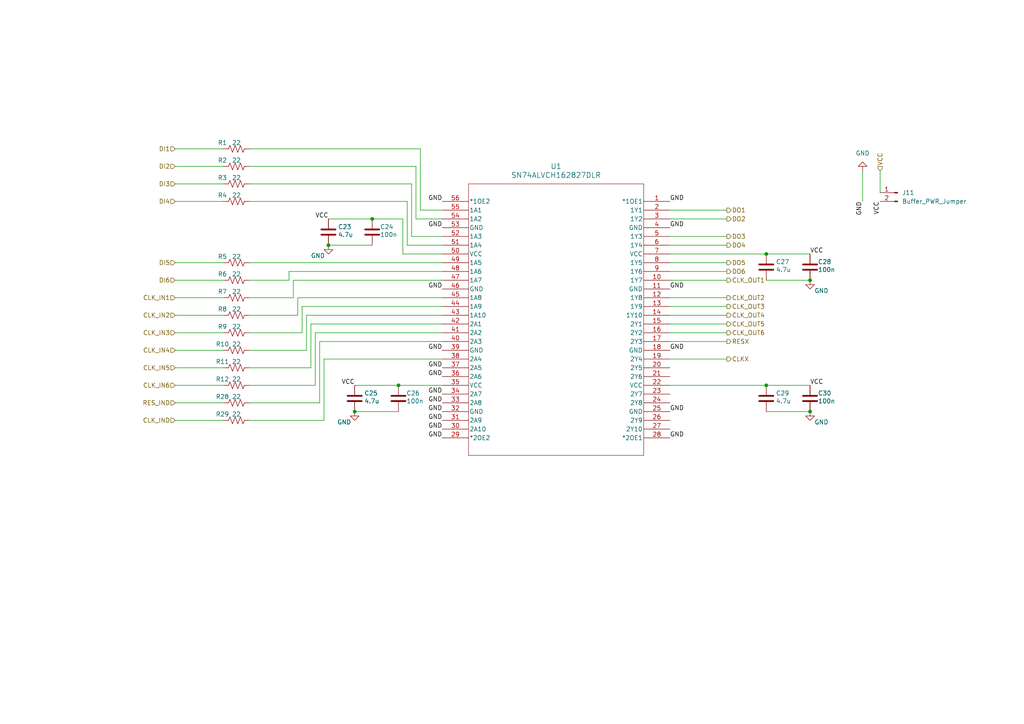
<source format=kicad_sch>
(kicad_sch (version 20231120) (generator "eeschema") (generator_version "8.0")
  (paper "A4")
  (lib_symbols
    (symbol "74ALVCH:SN74ALVCH162827DLR" (pin_names (offset 0.254))
      (property "Reference" "U" (at 33.02 10.16 0))
      (property "Value" "SN74ALVCH162827DLR" (at 33.02 7.62 0))
      (symbol "SN74ALVCH162827DLR_0_1"
        (polyline (pts (xy 7.62 -73.66) (xy 58.42 -73.66)) (stroke (width 0.127)))
        (polyline (pts (xy 7.62 5.08) (xy 7.62 -73.66)) (stroke (width 0.127)))
        (polyline (pts (xy 58.42 -73.66) (xy 58.42 5.08)) (stroke (width 0.127)))
        (polyline (pts (xy 58.42 5.08) (xy 7.62 5.08)) (stroke (width 0.127)))
        (pin input line (at 0 0 0) (length 7.62) (name "*1OE1") (number "1"))
        (pin output line (at 0 -22.86 0) (length 7.62) (name "1Y7") (number "10"))
        (pin power_in line (at 0 -25.4 0) (length 7.62) (name "GND") (number "11"))
        (pin output line (at 0 -27.94 0) (length 7.62) (name "1Y8") (number "12"))
        (pin output line (at 0 -30.48 0) (length 7.62) (name "1Y9") (number "13"))
        (pin output line (at 0 -33.02 0) (length 7.62) (name "1Y10") (number "14"))
        (pin output line (at 0 -35.56 0) (length 7.62) (name "2Y1") (number "15"))
        (pin output line (at 0 -38.1 0) (length 7.62) (name "2Y2") (number "16"))
        (pin output line (at 0 -40.64 0) (length 7.62) (name "2Y3") (number "17"))
        (pin power_in line (at 0 -43.18 0) (length 7.62) (name "GND") (number "18"))
        (pin output line (at 0 -45.72 0) (length 7.62) (name "2Y4") (number "19"))
        (pin output line (at 0 -2.54 0) (length 7.62) (name "1Y1") (number "2"))
        (pin output line (at 0 -48.26 0) (length 7.62) (name "2Y5") (number "20"))
        (pin output line (at 0 -50.8 0) (length 7.62) (name "2Y6") (number "21"))
        (pin power_in line (at 0 -53.34 0) (length 7.62) (name "VCC") (number "22"))
        (pin output line (at 0 -55.88 0) (length 7.62) (name "2Y7") (number "23"))
        (pin output line (at 0 -58.42 0) (length 7.62) (name "2Y8") (number "24"))
        (pin power_in line (at 0 -60.96 0) (length 7.62) (name "GND") (number "25"))
        (pin output line (at 0 -63.5 0) (length 7.62) (name "2Y9") (number "26"))
        (pin output line (at 0 -66.04 0) (length 7.62) (name "2Y10") (number "27"))
        (pin input line (at 0 -68.58 0) (length 7.62) (name "*2OE1") (number "28"))
        (pin input line (at 66.04 -68.58 180) (length 7.62) (name "*2OE2") (number "29"))
        (pin output line (at 0 -5.08 0) (length 7.62) (name "1Y2") (number "3"))
        (pin input line (at 66.04 -66.04 180) (length 7.62) (name "2A10") (number "30"))
        (pin input line (at 66.04 -63.5 180) (length 7.62) (name "2A9") (number "31"))
        (pin power_in line (at 66.04 -60.96 180) (length 7.62) (name "GND") (number "32"))
        (pin input line (at 66.04 -58.42 180) (length 7.62) (name "2A8") (number "33"))
        (pin input line (at 66.04 -55.88 180) (length 7.62) (name "2A7") (number "34"))
        (pin power_in line (at 66.04 -53.34 180) (length 7.62) (name "VCC") (number "35"))
        (pin input line (at 66.04 -50.8 180) (length 7.62) (name "2A6") (number "36"))
        (pin input line (at 66.04 -48.26 180) (length 7.62) (name "2A5") (number "37"))
        (pin input line (at 66.04 -45.72 180) (length 7.62) (name "2A4") (number "38"))
        (pin power_in line (at 66.04 -43.18 180) (length 7.62) (name "GND") (number "39"))
        (pin power_in line (at 0 -7.62 0) (length 7.62) (name "GND") (number "4"))
        (pin input line (at 66.04 -40.64 180) (length 7.62) (name "2A3") (number "40"))
        (pin input line (at 66.04 -38.1 180) (length 7.62) (name "2A2") (number "41"))
        (pin input line (at 66.04 -35.56 180) (length 7.62) (name "2A1") (number "42"))
        (pin input line (at 66.04 -33.02 180) (length 7.62) (name "1A10") (number "43"))
        (pin input line (at 66.04 -30.48 180) (length 7.62) (name "1A9") (number "44"))
        (pin input line (at 66.04 -27.94 180) (length 7.62) (name "1A8") (number "45"))
        (pin power_in line (at 66.04 -25.4 180) (length 7.62) (name "GND") (number "46"))
        (pin input line (at 66.04 -22.86 180) (length 7.62) (name "1A7") (number "47"))
        (pin input line (at 66.04 -20.32 180) (length 7.62) (name "1A6") (number "48"))
        (pin input line (at 66.04 -17.78 180) (length 7.62) (name "1A5") (number "49"))
        (pin output line (at 0 -10.16 0) (length 7.62) (name "1Y3") (number "5"))
        (pin power_in line (at 66.04 -15.24 180) (length 7.62) (name "VCC") (number "50"))
        (pin input line (at 66.04 -12.7 180) (length 7.62) (name "1A4") (number "51"))
        (pin input line (at 66.04 -10.16 180) (length 7.62) (name "1A3") (number "52"))
        (pin power_in line (at 66.04 -7.62 180) (length 7.62) (name "GND") (number "53"))
        (pin input line (at 66.04 -5.08 180) (length 7.62) (name "1A2") (number "54"))
        (pin input line (at 66.04 -2.54 180) (length 7.62) (name "1A1") (number "55"))
        (pin input line (at 66.04 0 180) (length 7.62) (name "*1OE2") (number "56"))
        (pin output line (at 0 -12.7 0) (length 7.62) (name "1Y4") (number "6"))
        (pin power_in line (at 0 -15.24 0) (length 7.62) (name "VCC") (number "7"))
        (pin output line (at 0 -17.78 0) (length 7.62) (name "1Y5") (number "8"))
        (pin output line (at 0 -20.32 0) (length 7.62) (name "1Y6") (number "9"))
      )
    )
    (symbol "Connector:Conn_01x02_Pin" (pin_names (offset 1.016) hide)
      (property "Reference" "J" (at 0 2.54 0))
      (property "Value" "Conn_01x02_Pin" (at 0 -5.08 0))
      (symbol "Conn_01x02_Pin_1_1"
        (polyline (pts (xy 1.27 -2.54) (xy 0.8636 -2.54)) (stroke (width 0.1524)))
        (polyline (pts (xy 1.27 0) (xy 0.8636 0)) (stroke (width 0.1524)))
        (rectangle (start 0.8636 -2.413) (end 0 -2.667) (stroke (width 0.1524)) (fill (type outline)))
        (rectangle (start 0.8636 0.127) (end 0 -0.127) (stroke (width 0.1524)) (fill (type outline)))
        (pin passive line (at 5.08 0 180) (length 3.81) (name "Pin_1") (number "1"))
        (pin passive line (at 5.08 -2.54 180) (length 3.81) (name "Pin_2") (number "2"))
      )
    )
    (symbol "Device:C" (pin_numbers hide) (pin_names (offset 0.254))
      (property "Reference" "C" (at 0.635 2.54 0))
      (property "Value" "C" (at 0.635 -2.54 0))
      (symbol "C_0_1"
        (polyline (pts (xy -2.032 -0.762) (xy 2.032 -0.762)) (stroke (width 0.508)))
        (polyline (pts (xy -2.032 0.762) (xy 2.032 0.762)) (stroke (width 0.508)))
      )
      (symbol "C_1_1"
        (pin passive line (at 0 3.81 270) (length 2.794) (name "~") (number "1"))
        (pin passive line (at 0 -3.81 90) (length 2.794) (name "~") (number "2"))
      )
    )
    (symbol "Device:R_US" (pin_numbers hide) (pin_names (offset 0))
      (property "Reference" "R" (at 2.54 0 90))
      (property "Value" "R_US" (at -2.54 0 90))
      (symbol "R_US_0_1"
        (polyline (pts (xy 0 -2.286) (xy 0 -2.54)))
        (polyline (pts (xy 0 2.286) (xy 0 2.54)))
        (polyline (pts (xy 0 -0.762) (xy 1.016 -1.143) (xy 0 -1.524) (xy -1.016 -1.905) (xy 0 -2.286)))
        (polyline (pts (xy 0 0.762) (xy 1.016 0.381) (xy 0 0) (xy -1.016 -0.381) (xy 0 -0.762)))
        (polyline (pts (xy 0 2.286) (xy 1.016 1.905) (xy 0 1.524) (xy -1.016 1.143) (xy 0 0.762)))
      )
      (symbol "R_US_1_1"
        (pin passive line (at 0 3.81 270) (length 1.27) (name "~") (number "1"))
        (pin passive line (at 0 -3.81 90) (length 1.27) (name "~") (number "2"))
      )
    )
    (symbol "power:GND" (power) (pin_numbers hide) (pin_names (offset 0) hide)
      (property "Value" "GND" (at 0 -3.81 0))
      (symbol "GND_0_1"
        (polyline (pts (xy 0 0) (xy 0 -1.27) (xy 1.27 -1.27) (xy 0 -2.54) (xy -1.27 -1.27) (xy 0 -1.27)))
      )
      (symbol "GND_1_1"
        (pin power_in line (at 0 0 270) (length 0) (name "~") (number "1"))
      )
    )
  )
  (junction (at 102.87 119.38))
  (junction (at 95.25 71.12))
  (junction (at 234.95 119.38))
  (junction (at 115.57 111.76))
  (junction (at 222.25 111.76))
  (junction (at 222.25 73.66))
  (junction (at 107.95 63.5))
  (junction (at 234.95 81.28))
  (wire (pts (xy 128.27 91.44) (xy 88.9 91.44)))
  (wire (pts (xy 86.36 91.44) (xy 72.39 91.44)))
  (wire (pts (xy 102.87 111.76) (xy 115.57 111.76)))
  (wire (pts (xy 50.8 53.34) (xy 64.77 53.34)))
  (wire (pts (xy 72.39 121.92) (xy 93.98 121.92)))
  (wire (pts (xy 50.8 101.6) (xy 64.77 101.6)))
  (wire (pts (xy 128.27 81.28) (xy 85.09 81.28)))
  (wire (pts (xy 119.38 68.58) (xy 128.27 68.58)))
  (wire (pts (xy 50.8 106.68) (xy 64.77 106.68)))
  (wire (pts (xy 194.31 99.06) (xy 210.82 99.06)))
  (wire (pts (xy 85.09 86.36) (xy 72.39 86.36)))
  (wire (pts (xy 120.65 63.5) (xy 120.65 48.26)))
  (wire (pts (xy 83.82 81.28) (xy 83.82 78.74)))
  (wire (pts (xy 118.11 58.42) (xy 72.39 58.42)))
  (wire (pts (xy 86.36 91.44) (xy 86.36 86.36)))
  (wire (pts (xy 92.71 116.84) (xy 92.71 99.06)))
  (wire (pts (xy 128.27 63.5) (xy 120.65 63.5)))
  (wire (pts (xy 194.31 81.28) (xy 210.82 81.28)))
  (wire (pts (xy 50.8 96.52) (xy 64.77 96.52)))
  (wire (pts (xy 50.8 81.28) (xy 64.77 81.28)))
  (wire (pts (xy 250.19 49.53) (xy 250.19 58.42)))
  (wire (pts (xy 194.31 111.76) (xy 222.25 111.76)))
  (wire (pts (xy 128.27 96.52) (xy 91.44 96.52)))
  (wire (pts (xy 85.09 86.36) (xy 85.09 81.28)))
  (wire (pts (xy 115.57 111.76) (xy 128.27 111.76)))
  (wire (pts (xy 222.25 111.76) (xy 234.95 111.76)))
  (wire (pts (xy 50.8 91.44) (xy 64.77 91.44)))
  (wire (pts (xy 102.87 119.38) (xy 115.57 119.38)))
  (wire (pts (xy 93.98 121.92) (xy 93.98 104.14)))
  (wire (pts (xy 222.25 73.66) (xy 234.95 73.66)))
  (wire (pts (xy 50.8 86.36) (xy 64.77 86.36)))
  (wire (pts (xy 91.44 111.76) (xy 72.39 111.76)))
  (wire (pts (xy 72.39 96.52) (xy 87.63 96.52)))
  (wire (pts (xy 128.27 86.36) (xy 86.36 86.36)))
  (wire (pts (xy 194.31 104.14) (xy 210.82 104.14)))
  (wire (pts (xy 194.31 93.98) (xy 210.82 93.98)))
  (wire (pts (xy 90.17 93.98) (xy 90.17 106.68)))
  (wire (pts (xy 50.8 43.18) (xy 64.77 43.18)))
  (wire (pts (xy 95.25 71.12) (xy 107.95 71.12)))
  (wire (pts (xy 50.8 76.2) (xy 64.77 76.2)))
  (wire (pts (xy 194.31 88.9) (xy 210.82 88.9)))
  (wire (pts (xy 119.38 53.34) (xy 72.39 53.34)))
  (wire (pts (xy 50.8 48.26) (xy 64.77 48.26)))
  (wire (pts (xy 194.31 86.36) (xy 210.82 86.36)))
  (wire (pts (xy 118.11 71.12) (xy 118.11 58.42)))
  (wire (pts (xy 194.31 91.44) (xy 210.82 91.44)))
  (wire (pts (xy 72.39 116.84) (xy 92.71 116.84)))
  (wire (pts (xy 128.27 78.74) (xy 83.82 78.74)))
  (wire (pts (xy 234.95 119.38) (xy 222.25 119.38)))
  (wire (pts (xy 128.27 71.12) (xy 118.11 71.12)))
  (wire (pts (xy 194.31 73.66) (xy 222.25 73.66)))
  (wire (pts (xy 194.31 76.2) (xy 210.82 76.2)))
  (wire (pts (xy 194.31 78.74) (xy 210.82 78.74)))
  (wire (pts (xy 194.31 60.96) (xy 210.82 60.96)))
  (wire (pts (xy 255.27 49.53) (xy 255.27 55.88)))
  (wire (pts (xy 128.27 73.66) (xy 116.84 73.66)))
  (wire (pts (xy 72.39 81.28) (xy 83.82 81.28)))
  (wire (pts (xy 88.9 101.6) (xy 88.9 91.44)))
  (wire (pts (xy 87.63 96.52) (xy 87.63 88.9)))
  (wire (pts (xy 50.8 116.84) (xy 64.77 116.84)))
  (wire (pts (xy 87.63 88.9) (xy 128.27 88.9)))
  (wire (pts (xy 120.65 48.26) (xy 72.39 48.26)))
  (wire (pts (xy 128.27 93.98) (xy 90.17 93.98)))
  (wire (pts (xy 72.39 76.2) (xy 128.27 76.2)))
  (wire (pts (xy 234.95 81.28) (xy 222.25 81.28)))
  (wire (pts (xy 119.38 68.58) (xy 119.38 53.34)))
  (wire (pts (xy 50.8 58.42) (xy 64.77 58.42)))
  (wire (pts (xy 95.25 63.5) (xy 107.95 63.5)))
  (wire (pts (xy 121.92 43.18) (xy 121.92 60.96)))
  (wire (pts (xy 72.39 43.18) (xy 121.92 43.18)))
  (wire (pts (xy 121.92 60.96) (xy 128.27 60.96)))
  (wire (pts (xy 50.8 121.92) (xy 64.77 121.92)))
  (wire (pts (xy 194.31 63.5) (xy 210.82 63.5)))
  (wire (pts (xy 93.98 104.14) (xy 128.27 104.14)))
  (wire (pts (xy 50.8 111.76) (xy 64.77 111.76)))
  (wire (pts (xy 88.9 101.6) (xy 72.39 101.6)))
  (wire (pts (xy 194.31 68.58) (xy 210.82 68.58)))
  (wire (pts (xy 91.44 96.52) (xy 91.44 111.76)))
  (wire (pts (xy 116.84 73.66) (xy 116.84 63.5)))
  (wire (pts (xy 92.71 99.06) (xy 128.27 99.06)))
  (wire (pts (xy 194.31 71.12) (xy 210.82 71.12)))
  (wire (pts (xy 194.31 96.52) (xy 210.82 96.52)))
  (wire (pts (xy 90.17 106.68) (xy 72.39 106.68)))
  (wire (pts (xy 107.95 63.5) (xy 116.84 63.5)))
  (label "GND" (at 128.27 119.38 180))
  (label "GND" (at 194.31 101.6 0))
  (label "VCC" (at 234.95 111.76 0))
  (label "GND" (at 128.27 58.42 180))
  (label "GND" (at 128.27 83.82 180))
  (label "GND" (at 128.27 114.3 180))
  (label "GND" (at 194.31 83.82 0))
  (label "GND" (at 128.27 66.04 180))
  (label "GND" (at 194.31 58.42 0))
  (label "GND" (at 194.31 66.04 0))
  (label "GND" (at 128.27 109.22 180))
  (label "GND" (at 194.31 127 0))
  (label "GND" (at 194.31 119.38 0))
  (label "GND" (at 128.27 127 180))
  (label "VCC" (at 234.95 73.66 0))
  (label "GND" (at 250.19 58.42 270))
  (label "VCC" (at 95.25 63.5 180))
  (label "GND" (at 128.27 101.6 180))
  (label "GND" (at 128.27 121.92 180))
  (label "VCC" (at 102.87 111.76 180))
  (label "GND" (at 128.27 124.46 180))
  (label "GND" (at 128.27 106.68 180))
  (label "VCC" (at 255.27 58.42 270))
  (label "GND" (at 128.27 116.84 180))
  (hierarchical_label "CLK_IN1" (shape input) (at 50.8 86.36 180))
  (hierarchical_label "CLK_OUT1" (shape output) (at 210.82 81.28 0))
  (hierarchical_label "DI4" (shape input) (at 50.8 58.42 180))
  (hierarchical_label "CLK_IND" (shape input) (at 50.8 121.92 180))
  (hierarchical_label "CLK_IN4" (shape input) (at 50.8 101.6 180))
  (hierarchical_label "CLK_OUT5" (shape output) (at 210.82 93.98 0))
  (hierarchical_label "DI6" (shape input) (at 50.8 81.28 180))
  (hierarchical_label "CLK_IN3" (shape input) (at 50.8 96.52 180))
  (hierarchical_label "CLK_OUT2" (shape output) (at 210.82 86.36 0))
  (hierarchical_label "DO6" (shape output) (at 210.82 78.74 0))
  (hierarchical_label "DO1" (shape output) (at 210.82 60.96 0))
  (hierarchical_label "CLK_IN2" (shape input) (at 50.8 91.44 180))
  (hierarchical_label "VCC" (shape input) (at 255.27 49.53 90))
  (hierarchical_label "CLKX" (shape output) (at 210.82 104.14 0))
  (hierarchical_label "CLK_OUT3" (shape output) (at 210.82 88.9 0))
  (hierarchical_label "DO4" (shape output) (at 210.82 71.12 0))
  (hierarchical_label "DO2" (shape output) (at 210.82 63.5 0))
  (hierarchical_label "RES_IND" (shape input) (at 50.8 116.84 180))
  (hierarchical_label "DI2" (shape input) (at 50.8 48.26 180))
  (hierarchical_label "DI5" (shape input) (at 50.8 76.2 180))
  (hierarchical_label "DI3" (shape input) (at 50.8 53.34 180))
  (hierarchical_label "RESX" (shape output) (at 210.82 99.06 0))
  (hierarchical_label "CLK_OUT4" (shape output) (at 210.82 91.44 0))
  (hierarchical_label "CLK_OUT6" (shape output) (at 210.82 96.52 0))
  (hierarchical_label "DO5" (shape output) (at 210.82 76.2 0))
  (hierarchical_label "CLK_IN6" (shape input) (at 50.8 111.76 180))
  (hierarchical_label "DO3" (shape output) (at 210.82 68.58 0))
  (hierarchical_label "CLK_IN5" (shape input) (at 50.8 106.68 180))
  (hierarchical_label "DI1" (shape input) (at 50.8 43.18 180))
  (symbol (lib_id "power:GND") (at 102.87 119.38 0) (unit 1)
    (property "Reference" "#PWR04" (effects (hide yes)))
    (property "Value" "GND" (at 99.822 122.428 0))
    (property "Description" "Power symbol creates a global label with name \"GND\" , ground" (effects (hide yes)))
  )
  (symbol (lib_id "power:GND") (at 234.95 119.38 0) (unit 1)
    (property "Reference" "#PWR019" (effects (hide yes)))
    (property "Value" "GND" (at 238.252 122.428 0))
    (property "Description" "Power symbol creates a global label with name \"GND\" , ground" (effects (hide yes)))
  )
  (symbol (lib_id "Device:R_US") (at 68.58 48.26 90) (unit 1)
    (property "Reference" "R2" (at 64.516 46.482 90))
    (property "Value" "22" (at 68.58 46.482 90))
    (property "Footprint" "Resistor_SMD:R_0402_1005Metric" (effects (hide yes)))
    (property "Description" "Resistor, US symbol" (effects (hide yes)))
  )
  (symbol (lib_id "Device:C") (at 102.87 115.57 0) (unit 1)
    (property "Reference" "C25" (at 105.664 114.046 0) (effects (justify left)))
    (property "Value" "4.7u" (at 105.664 116.332 0) (effects (justify left)))
    (property "Footprint" "Capacitor_SMD:C_0603_1608Metric" (effects (hide yes)))
    (property "Description" "Unpolarized capacitor" (effects (hide yes)))
  )
  (symbol (lib_id "Device:R_US") (at 68.58 106.68 90) (unit 1)
    (property "Reference" "R11" (at 64.516 104.902 90))
    (property "Value" "22" (at 68.58 104.902 90))
    (property "Footprint" "Resistor_SMD:R_0402_1005Metric" (effects (hide yes)))
    (property "Description" "Resistor, US symbol" (effects (hide yes)))
  )
  (symbol (lib_id "power:GND") (at 250.19 49.53 180) (unit 1)
    (property "Reference" "#PWR03" (effects (hide yes)))
    (property "Value" "GND" (at 250.19 44.45 0))
    (property "Description" "Power symbol creates a global label with name \"GND\" , ground" (effects (hide yes)))
  )
  (symbol (lib_id "Device:C") (at 234.95 77.47 0) (unit 1)
    (property "Reference" "C28" (at 237.236 75.946 0) (effects (justify left)))
    (property "Value" "100n" (at 237.236 78.232 0) (effects (justify left)))
    (property "Footprint" "Capacitor_SMD:C_0402_1005Metric" (effects (hide yes)))
    (property "Description" "Unpolarized capacitor" (effects (hide yes)))
  )
  (symbol (lib_id "Device:C") (at 222.25 77.47 0) (unit 1)
    (property "Reference" "C27" (at 225.044 75.946 0) (effects (justify left)))
    (property "Value" "4.7u" (at 225.044 78.232 0) (effects (justify left)))
    (property "Footprint" "Capacitor_SMD:C_0603_1608Metric" (effects (hide yes)))
    (property "Description" "Unpolarized capacitor" (effects (hide yes)))
  )
  (symbol (lib_id "Device:C") (at 115.57 115.57 0) (unit 1)
    (property "Reference" "C26" (at 117.856 114.046 0) (effects (justify left)))
    (property "Value" "100n" (at 117.856 116.332 0) (effects (justify left)))
    (property "Footprint" "Capacitor_SMD:C_0402_1005Metric" (effects (hide yes)))
    (property "Description" "Unpolarized capacitor" (effects (hide yes)))
  )
  (symbol (lib_id "Device:C") (at 222.25 115.57 0) (unit 1)
    (property "Reference" "C29" (at 225.044 114.046 0) (effects (justify left)))
    (property "Value" "4.7u" (at 225.044 116.332 0) (effects (justify left)))
    (property "Footprint" "Capacitor_SMD:C_0603_1608Metric" (effects (hide yes)))
    (property "Description" "Unpolarized capacitor" (effects (hide yes)))
  )
  (symbol (lib_id "Device:R_US") (at 68.58 43.18 90) (unit 1)
    (property "Reference" "R1" (at 64.516 41.402 90))
    (property "Value" "22" (at 68.58 41.402 90))
    (property "Footprint" "Resistor_SMD:R_0402_1005Metric" (effects (hide yes)))
    (property "Description" "Resistor, US symbol" (effects (hide yes)))
  )
  (symbol (lib_id "Device:R_US") (at 68.58 58.42 90) (unit 1)
    (property "Reference" "R4" (at 64.516 56.642 90))
    (property "Value" "22" (at 68.58 56.642 90))
    (property "Footprint" "Resistor_SMD:R_0402_1005Metric" (effects (hide yes)))
    (property "Description" "Resistor, US symbol" (effects (hide yes)))
  )
  (symbol (lib_id "power:GND") (at 95.25 71.12 0) (unit 1)
    (property "Reference" "#PWR01" (effects (hide yes)))
    (property "Value" "GND" (at 92.202 74.168 0))
    (property "Description" "Power symbol creates a global label with name \"GND\" , ground" (effects (hide yes)))
  )
  (symbol (lib_id "Device:R_US") (at 68.58 81.28 90) (unit 1)
    (property "Reference" "R6" (at 64.516 79.502 90))
    (property "Value" "22" (at 68.58 79.502 90))
    (property "Footprint" "Resistor_SMD:R_0402_1005Metric" (effects (hide yes)))
    (property "Description" "Resistor, US symbol" (effects (hide yes)))
  )
  (symbol (lib_id "Device:R_US") (at 68.58 111.76 90) (unit 1)
    (property "Reference" "R12" (at 64.516 109.982 90))
    (property "Value" "22" (at 68.58 109.982 90))
    (property "Footprint" "Resistor_SMD:R_0402_1005Metric" (effects (hide yes)))
    (property "Description" "Resistor, US symbol" (effects (hide yes)))
  )
  (symbol (lib_id "Device:C") (at 95.25 67.31 0) (unit 1)
    (property "Reference" "C23" (at 98.044 65.786 0) (effects (justify left)))
    (property "Value" "4.7u" (at 98.044 68.072 0) (effects (justify left)))
    (property "Footprint" "Capacitor_SMD:C_0603_1608Metric" (effects (hide yes)))
    (property "Description" "Unpolarized capacitor" (effects (hide yes)))
  )
  (symbol (lib_id "Device:C") (at 107.95 67.31 0) (unit 1)
    (property "Reference" "C24" (at 110.236 65.786 0) (effects (justify left)))
    (property "Value" "100n" (at 110.236 68.072 0) (effects (justify left)))
    (property "Footprint" "Capacitor_SMD:C_0402_1005Metric" (effects (hide yes)))
    (property "Description" "Unpolarized capacitor" (effects (hide yes)))
  )
  (symbol (lib_id "Device:R_US") (at 68.58 76.2 90) (unit 1)
    (property "Reference" "R5" (at 64.516 74.422 90))
    (property "Value" "22" (at 68.58 74.422 90))
    (property "Footprint" "Resistor_SMD:R_0402_1005Metric" (effects (hide yes)))
    (property "Description" "Resistor, US symbol" (effects (hide yes)))
  )
  (symbol (lib_id "power:GND") (at 234.95 81.28 0) (unit 1)
    (property "Reference" "#PWR018" (effects (hide yes)))
    (property "Value" "GND" (at 238.252 84.328 0))
    (property "Description" "Power symbol creates a global label with name \"GND\" , ground" (effects (hide yes)))
  )
  (symbol (lib_id "Device:R_US") (at 68.58 96.52 90) (unit 1)
    (property "Reference" "R9" (at 64.516 94.742 90))
    (property "Value" "22" (at 68.58 94.742 90))
    (property "Footprint" "Resistor_SMD:R_0402_1005Metric" (effects (hide yes)))
    (property "Description" "Resistor, US symbol" (effects (hide yes)))
  )
  (symbol (lib_id "Device:R_US") (at 68.58 101.6 90) (unit 1)
    (property "Reference" "R10" (at 64.516 99.822 90))
    (property "Value" "22" (at 68.58 99.822 90))
    (property "Footprint" "Resistor_SMD:R_0402_1005Metric" (effects (hide yes)))
    (property "Description" "Resistor, US symbol" (effects (hide yes)))
  )
  (symbol (lib_id "Device:R_US") (at 68.58 86.36 90) (unit 1)
    (property "Reference" "R7" (at 64.516 84.582 90))
    (property "Value" "22" (at 68.58 84.582 90))
    (property "Footprint" "Resistor_SMD:R_0402_1005Metric" (effects (hide yes)))
    (property "Description" "Resistor, US symbol" (effects (hide yes)))
  )
  (symbol (lib_id "Device:R_US") (at 68.58 53.34 90) (unit 1)
    (property "Reference" "R3" (at 64.516 51.562 90))
    (property "Value" "22" (at 68.58 51.562 90))
    (property "Footprint" "Resistor_SMD:R_0402_1005Metric" (effects (hide yes)))
    (property "Description" "Resistor, US symbol" (effects (hide yes)))
  )
  (symbol (lib_id "74ALVCH:SN74ALVCH162827DLR") (at 194.31 58.42 0) (mirror y) (unit 1)
    (property "Reference" "U1" (at 161.29 48.26 0) (effects (font (size 1.524 1.524))))
    (property "Value" "SN74ALVCH162827DLR" (at 161.29 50.8 0) (effects (font (size 1.524 1.524))))
    (property "Footprint" "74ALVCHFootprints:DL56" (effects (hide yes)))
    (property "Datasheet" "SN74ALVCH162827DLR" (effects (hide yes)))
    (property "Sim.Library" "/home/maxwell/github-repos/sp-24-EE628/6_Test/2_PCB/test_board_1/TestBoardEDA/models/SN74ALVCH162827.lib" (effects (hide yes)))
    (property "Sim.Name" "SN74ALVCH162827" (effects (hide yes)))
    (property "Sim.Device" "SUBCKT" (effects (hide yes)))
    (property "Sim.Pins" "1=OEZ 2=Y 4=AGND 7=VCC 55=A" (effects (hide yes)))
  )
  (symbol (lib_id "Device:C") (at 234.95 115.57 0) (unit 1)
    (property "Reference" "C30" (at 237.236 114.046 0) (effects (justify left)))
    (property "Value" "100n" (at 237.236 116.332 0) (effects (justify left)))
    (property "Footprint" "Capacitor_SMD:C_0402_1005Metric" (effects (hide yes)))
    (property "Description" "Unpolarized capacitor" (effects (hide yes)))
  )
  (symbol (lib_id "Device:R_US") (at 68.58 121.92 90) (unit 1)
    (property "Reference" "R29" (at 64.516 120.142 90))
    (property "Value" "22" (at 68.58 120.142 90))
    (property "Footprint" "Resistor_SMD:R_0402_1005Metric" (effects (hide yes)))
    (property "Description" "Resistor, US symbol" (effects (hide yes)))
  )
  (symbol (lib_id "Connector:Conn_01x02_Pin") (at 260.35 55.88 0) (mirror y) (unit 1)
    (property "Reference" "J11" (at 261.62 55.8799 0) (effects (justify right)))
    (property "Value" "Buffer_PWR_Jumper" (at 261.62 58.4199 0) (effects (justify right)))
    (property "Description" "Generic connector, single row, 01x02, script generated" (effects (hide yes)))
  )
  (symbol (lib_id "Device:R_US") (at 68.58 116.84 90) (unit 1)
    (property "Reference" "R28" (at 64.516 115.062 90))
    (property "Value" "22" (at 68.58 115.062 90))
    (property "Footprint" "Resistor_SMD:R_0402_1005Metric" (effects (hide yes)))
    (property "Description" "Resistor, US symbol" (effects (hide yes)))
  )
  (symbol (lib_id "Device:R_US") (at 68.58 91.44 90) (unit 1)
    (property "Reference" "R8" (at 64.516 89.662 90))
    (property "Value" "22" (at 68.58 89.662 90))
    (property "Footprint" "Resistor_SMD:R_0402_1005Metric" (effects (hide yes)))
    (property "Description" "Resistor, US symbol" (effects (hide yes)))
  )
)
</source>
